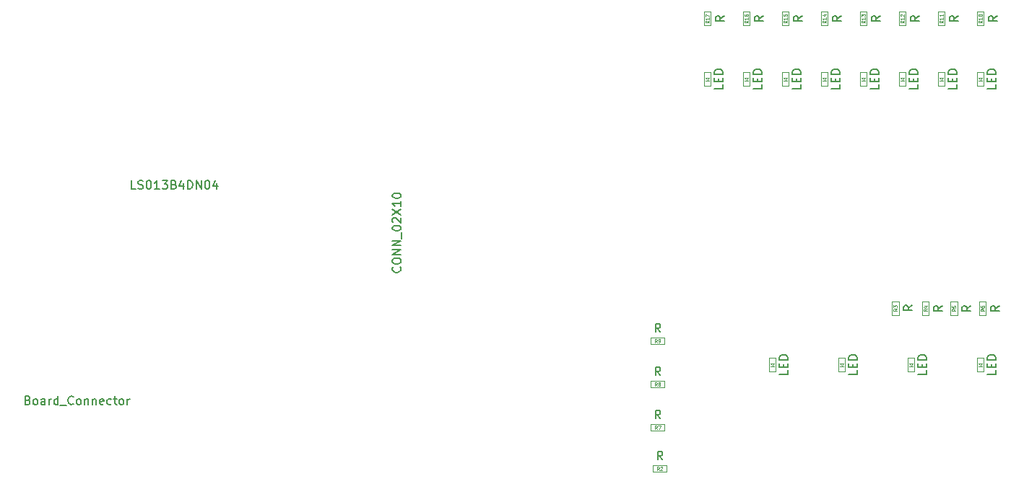
<source format=gbr>
G04 #@! TF.FileFunction,Other,Fab,Top*
%FSLAX46Y46*%
G04 Gerber Fmt 4.6, Leading zero omitted, Abs format (unit mm)*
G04 Created by KiCad (PCBNEW 4.0.6) date Tuesday 03. October 2017 15.24.42*
%MOMM*%
%LPD*%
G01*
G04 APERTURE LIST*
%ADD10C,0.100000*%
%ADD11C,0.150000*%
%ADD12C,0.075000*%
G04 APERTURE END LIST*
D10*
X200444000Y-127616000D02*
X200444000Y-128416000D01*
X198844000Y-127616000D02*
X200444000Y-127616000D01*
X198844000Y-128416000D02*
X198844000Y-127616000D01*
X200444000Y-128416000D02*
X198844000Y-128416000D01*
X227679200Y-109969200D02*
X226879200Y-109969200D01*
X227679200Y-108369200D02*
X227679200Y-109969200D01*
X226879200Y-108369200D02*
X227679200Y-108369200D01*
X226879200Y-109969200D02*
X226879200Y-108369200D01*
X231184400Y-110020000D02*
X230384400Y-110020000D01*
X231184400Y-108420000D02*
X231184400Y-110020000D01*
X230384400Y-108420000D02*
X231184400Y-108420000D01*
X230384400Y-110020000D02*
X230384400Y-108420000D01*
X234537200Y-110020000D02*
X233737200Y-110020000D01*
X234537200Y-108420000D02*
X234537200Y-110020000D01*
X233737200Y-108420000D02*
X234537200Y-108420000D01*
X233737200Y-110020000D02*
X233737200Y-108420000D01*
X237890000Y-110020000D02*
X237090000Y-110020000D01*
X237890000Y-108420000D02*
X237890000Y-110020000D01*
X237090000Y-108420000D02*
X237890000Y-108420000D01*
X237090000Y-110020000D02*
X237090000Y-108420000D01*
X200190000Y-122790000D02*
X200190000Y-123590000D01*
X198590000Y-122790000D02*
X200190000Y-122790000D01*
X198590000Y-123590000D02*
X198590000Y-122790000D01*
X200190000Y-123590000D02*
X198590000Y-123590000D01*
X200190000Y-117710000D02*
X200190000Y-118510000D01*
X198590000Y-117710000D02*
X200190000Y-117710000D01*
X198590000Y-118510000D02*
X198590000Y-117710000D01*
X200190000Y-118510000D02*
X198590000Y-118510000D01*
X200190000Y-112630000D02*
X200190000Y-113430000D01*
X198590000Y-112630000D02*
X200190000Y-112630000D01*
X198590000Y-113430000D02*
X198590000Y-112630000D01*
X200190000Y-113430000D02*
X198590000Y-113430000D01*
X237636000Y-75984000D02*
X236836000Y-75984000D01*
X237636000Y-74384000D02*
X237636000Y-75984000D01*
X236836000Y-74384000D02*
X237636000Y-74384000D01*
X236836000Y-75984000D02*
X236836000Y-74384000D01*
X233064000Y-75984000D02*
X232264000Y-75984000D01*
X233064000Y-74384000D02*
X233064000Y-75984000D01*
X232264000Y-74384000D02*
X233064000Y-74384000D01*
X232264000Y-75984000D02*
X232264000Y-74384000D01*
X228492000Y-75984000D02*
X227692000Y-75984000D01*
X228492000Y-74384000D02*
X228492000Y-75984000D01*
X227692000Y-74384000D02*
X228492000Y-74384000D01*
X227692000Y-75984000D02*
X227692000Y-74384000D01*
X223920000Y-75984000D02*
X223120000Y-75984000D01*
X223920000Y-74384000D02*
X223920000Y-75984000D01*
X223120000Y-74384000D02*
X223920000Y-74384000D01*
X223120000Y-75984000D02*
X223120000Y-74384000D01*
X219348000Y-75984000D02*
X218548000Y-75984000D01*
X219348000Y-74384000D02*
X219348000Y-75984000D01*
X218548000Y-74384000D02*
X219348000Y-74384000D01*
X218548000Y-75984000D02*
X218548000Y-74384000D01*
X214776000Y-75984000D02*
X213976000Y-75984000D01*
X214776000Y-74384000D02*
X214776000Y-75984000D01*
X213976000Y-74384000D02*
X214776000Y-74384000D01*
X213976000Y-75984000D02*
X213976000Y-74384000D01*
X210204000Y-75984000D02*
X209404000Y-75984000D01*
X210204000Y-74384000D02*
X210204000Y-75984000D01*
X209404000Y-74384000D02*
X210204000Y-74384000D01*
X209404000Y-75984000D02*
X209404000Y-74384000D01*
X205632000Y-75984000D02*
X204832000Y-75984000D01*
X205632000Y-74384000D02*
X205632000Y-75984000D01*
X204832000Y-74384000D02*
X205632000Y-74384000D01*
X204832000Y-75984000D02*
X204832000Y-74384000D01*
X212652000Y-116024000D02*
X213052000Y-116024000D01*
X212852000Y-115974000D02*
X212652000Y-115674000D01*
X213052000Y-115674000D02*
X212852000Y-115974000D01*
X212652000Y-115674000D02*
X213052000Y-115674000D01*
X213252000Y-115024000D02*
X213252000Y-116624000D01*
X212452000Y-115024000D02*
X213252000Y-115024000D01*
X212452000Y-116624000D02*
X212452000Y-115024000D01*
X213252000Y-116624000D02*
X212452000Y-116624000D01*
X220780000Y-116024000D02*
X221180000Y-116024000D01*
X220980000Y-115974000D02*
X220780000Y-115674000D01*
X221180000Y-115674000D02*
X220980000Y-115974000D01*
X220780000Y-115674000D02*
X221180000Y-115674000D01*
X221380000Y-115024000D02*
X221380000Y-116624000D01*
X220580000Y-115024000D02*
X221380000Y-115024000D01*
X220580000Y-116624000D02*
X220580000Y-115024000D01*
X221380000Y-116624000D02*
X220580000Y-116624000D01*
X228908000Y-116024000D02*
X229308000Y-116024000D01*
X229108000Y-115974000D02*
X228908000Y-115674000D01*
X229308000Y-115674000D02*
X229108000Y-115974000D01*
X228908000Y-115674000D02*
X229308000Y-115674000D01*
X229508000Y-115024000D02*
X229508000Y-116624000D01*
X228708000Y-115024000D02*
X229508000Y-115024000D01*
X228708000Y-116624000D02*
X228708000Y-115024000D01*
X229508000Y-116624000D02*
X228708000Y-116624000D01*
X237036000Y-116024000D02*
X237436000Y-116024000D01*
X237236000Y-115974000D02*
X237036000Y-115674000D01*
X237436000Y-115674000D02*
X237236000Y-115974000D01*
X237036000Y-115674000D02*
X237436000Y-115674000D01*
X237636000Y-115024000D02*
X237636000Y-116624000D01*
X236836000Y-115024000D02*
X237636000Y-115024000D01*
X236836000Y-116624000D02*
X236836000Y-115024000D01*
X237636000Y-116624000D02*
X236836000Y-116624000D01*
X237036000Y-82496000D02*
X237436000Y-82496000D01*
X237236000Y-82446000D02*
X237036000Y-82146000D01*
X237436000Y-82146000D02*
X237236000Y-82446000D01*
X237036000Y-82146000D02*
X237436000Y-82146000D01*
X237636000Y-81496000D02*
X237636000Y-83096000D01*
X236836000Y-81496000D02*
X237636000Y-81496000D01*
X236836000Y-83096000D02*
X236836000Y-81496000D01*
X237636000Y-83096000D02*
X236836000Y-83096000D01*
X232464000Y-82496000D02*
X232864000Y-82496000D01*
X232664000Y-82446000D02*
X232464000Y-82146000D01*
X232864000Y-82146000D02*
X232664000Y-82446000D01*
X232464000Y-82146000D02*
X232864000Y-82146000D01*
X233064000Y-81496000D02*
X233064000Y-83096000D01*
X232264000Y-81496000D02*
X233064000Y-81496000D01*
X232264000Y-83096000D02*
X232264000Y-81496000D01*
X233064000Y-83096000D02*
X232264000Y-83096000D01*
X227892000Y-82496000D02*
X228292000Y-82496000D01*
X228092000Y-82446000D02*
X227892000Y-82146000D01*
X228292000Y-82146000D02*
X228092000Y-82446000D01*
X227892000Y-82146000D02*
X228292000Y-82146000D01*
X228492000Y-81496000D02*
X228492000Y-83096000D01*
X227692000Y-81496000D02*
X228492000Y-81496000D01*
X227692000Y-83096000D02*
X227692000Y-81496000D01*
X228492000Y-83096000D02*
X227692000Y-83096000D01*
X223320000Y-82496000D02*
X223720000Y-82496000D01*
X223520000Y-82446000D02*
X223320000Y-82146000D01*
X223720000Y-82146000D02*
X223520000Y-82446000D01*
X223320000Y-82146000D02*
X223720000Y-82146000D01*
X223920000Y-81496000D02*
X223920000Y-83096000D01*
X223120000Y-81496000D02*
X223920000Y-81496000D01*
X223120000Y-83096000D02*
X223120000Y-81496000D01*
X223920000Y-83096000D02*
X223120000Y-83096000D01*
X218748000Y-82496000D02*
X219148000Y-82496000D01*
X218948000Y-82446000D02*
X218748000Y-82146000D01*
X219148000Y-82146000D02*
X218948000Y-82446000D01*
X218748000Y-82146000D02*
X219148000Y-82146000D01*
X219348000Y-81496000D02*
X219348000Y-83096000D01*
X218548000Y-81496000D02*
X219348000Y-81496000D01*
X218548000Y-83096000D02*
X218548000Y-81496000D01*
X219348000Y-83096000D02*
X218548000Y-83096000D01*
X214176000Y-82496000D02*
X214576000Y-82496000D01*
X214376000Y-82446000D02*
X214176000Y-82146000D01*
X214576000Y-82146000D02*
X214376000Y-82446000D01*
X214176000Y-82146000D02*
X214576000Y-82146000D01*
X214776000Y-81496000D02*
X214776000Y-83096000D01*
X213976000Y-81496000D02*
X214776000Y-81496000D01*
X213976000Y-83096000D02*
X213976000Y-81496000D01*
X214776000Y-83096000D02*
X213976000Y-83096000D01*
X209604000Y-82496000D02*
X210004000Y-82496000D01*
X209804000Y-82446000D02*
X209604000Y-82146000D01*
X210004000Y-82146000D02*
X209804000Y-82446000D01*
X209604000Y-82146000D02*
X210004000Y-82146000D01*
X210204000Y-81496000D02*
X210204000Y-83096000D01*
X209404000Y-81496000D02*
X210204000Y-81496000D01*
X209404000Y-83096000D02*
X209404000Y-81496000D01*
X210204000Y-83096000D02*
X209404000Y-83096000D01*
X205032000Y-82496000D02*
X205432000Y-82496000D01*
X205232000Y-82446000D02*
X205032000Y-82146000D01*
X205432000Y-82146000D02*
X205232000Y-82446000D01*
X205032000Y-82146000D02*
X205432000Y-82146000D01*
X205632000Y-81496000D02*
X205632000Y-83096000D01*
X204832000Y-81496000D02*
X205632000Y-81496000D01*
X204832000Y-83096000D02*
X204832000Y-81496000D01*
X205632000Y-83096000D02*
X204832000Y-83096000D01*
D11*
X125554604Y-119983571D02*
X125697461Y-120031190D01*
X125745080Y-120078810D01*
X125792699Y-120174048D01*
X125792699Y-120316905D01*
X125745080Y-120412143D01*
X125697461Y-120459762D01*
X125602223Y-120507381D01*
X125221270Y-120507381D01*
X125221270Y-119507381D01*
X125554604Y-119507381D01*
X125649842Y-119555000D01*
X125697461Y-119602619D01*
X125745080Y-119697857D01*
X125745080Y-119793095D01*
X125697461Y-119888333D01*
X125649842Y-119935952D01*
X125554604Y-119983571D01*
X125221270Y-119983571D01*
X126364127Y-120507381D02*
X126268889Y-120459762D01*
X126221270Y-120412143D01*
X126173651Y-120316905D01*
X126173651Y-120031190D01*
X126221270Y-119935952D01*
X126268889Y-119888333D01*
X126364127Y-119840714D01*
X126506985Y-119840714D01*
X126602223Y-119888333D01*
X126649842Y-119935952D01*
X126697461Y-120031190D01*
X126697461Y-120316905D01*
X126649842Y-120412143D01*
X126602223Y-120459762D01*
X126506985Y-120507381D01*
X126364127Y-120507381D01*
X127554604Y-120507381D02*
X127554604Y-119983571D01*
X127506985Y-119888333D01*
X127411747Y-119840714D01*
X127221270Y-119840714D01*
X127126032Y-119888333D01*
X127554604Y-120459762D02*
X127459366Y-120507381D01*
X127221270Y-120507381D01*
X127126032Y-120459762D01*
X127078413Y-120364524D01*
X127078413Y-120269286D01*
X127126032Y-120174048D01*
X127221270Y-120126429D01*
X127459366Y-120126429D01*
X127554604Y-120078810D01*
X128030794Y-120507381D02*
X128030794Y-119840714D01*
X128030794Y-120031190D02*
X128078413Y-119935952D01*
X128126032Y-119888333D01*
X128221270Y-119840714D01*
X128316509Y-119840714D01*
X129078414Y-120507381D02*
X129078414Y-119507381D01*
X129078414Y-120459762D02*
X128983176Y-120507381D01*
X128792699Y-120507381D01*
X128697461Y-120459762D01*
X128649842Y-120412143D01*
X128602223Y-120316905D01*
X128602223Y-120031190D01*
X128649842Y-119935952D01*
X128697461Y-119888333D01*
X128792699Y-119840714D01*
X128983176Y-119840714D01*
X129078414Y-119888333D01*
X129316509Y-120602619D02*
X130078414Y-120602619D01*
X130887938Y-120412143D02*
X130840319Y-120459762D01*
X130697462Y-120507381D01*
X130602224Y-120507381D01*
X130459366Y-120459762D01*
X130364128Y-120364524D01*
X130316509Y-120269286D01*
X130268890Y-120078810D01*
X130268890Y-119935952D01*
X130316509Y-119745476D01*
X130364128Y-119650238D01*
X130459366Y-119555000D01*
X130602224Y-119507381D01*
X130697462Y-119507381D01*
X130840319Y-119555000D01*
X130887938Y-119602619D01*
X131459366Y-120507381D02*
X131364128Y-120459762D01*
X131316509Y-120412143D01*
X131268890Y-120316905D01*
X131268890Y-120031190D01*
X131316509Y-119935952D01*
X131364128Y-119888333D01*
X131459366Y-119840714D01*
X131602224Y-119840714D01*
X131697462Y-119888333D01*
X131745081Y-119935952D01*
X131792700Y-120031190D01*
X131792700Y-120316905D01*
X131745081Y-120412143D01*
X131697462Y-120459762D01*
X131602224Y-120507381D01*
X131459366Y-120507381D01*
X132221271Y-119840714D02*
X132221271Y-120507381D01*
X132221271Y-119935952D02*
X132268890Y-119888333D01*
X132364128Y-119840714D01*
X132506986Y-119840714D01*
X132602224Y-119888333D01*
X132649843Y-119983571D01*
X132649843Y-120507381D01*
X133126033Y-119840714D02*
X133126033Y-120507381D01*
X133126033Y-119935952D02*
X133173652Y-119888333D01*
X133268890Y-119840714D01*
X133411748Y-119840714D01*
X133506986Y-119888333D01*
X133554605Y-119983571D01*
X133554605Y-120507381D01*
X134411748Y-120459762D02*
X134316510Y-120507381D01*
X134126033Y-120507381D01*
X134030795Y-120459762D01*
X133983176Y-120364524D01*
X133983176Y-119983571D01*
X134030795Y-119888333D01*
X134126033Y-119840714D01*
X134316510Y-119840714D01*
X134411748Y-119888333D01*
X134459367Y-119983571D01*
X134459367Y-120078810D01*
X133983176Y-120174048D01*
X135316510Y-120459762D02*
X135221272Y-120507381D01*
X135030795Y-120507381D01*
X134935557Y-120459762D01*
X134887938Y-120412143D01*
X134840319Y-120316905D01*
X134840319Y-120031190D01*
X134887938Y-119935952D01*
X134935557Y-119888333D01*
X135030795Y-119840714D01*
X135221272Y-119840714D01*
X135316510Y-119888333D01*
X135602224Y-119840714D02*
X135983176Y-119840714D01*
X135745081Y-119507381D02*
X135745081Y-120364524D01*
X135792700Y-120459762D01*
X135887938Y-120507381D01*
X135983176Y-120507381D01*
X136459367Y-120507381D02*
X136364129Y-120459762D01*
X136316510Y-120412143D01*
X136268891Y-120316905D01*
X136268891Y-120031190D01*
X136316510Y-119935952D01*
X136364129Y-119888333D01*
X136459367Y-119840714D01*
X136602225Y-119840714D01*
X136697463Y-119888333D01*
X136745082Y-119935952D01*
X136792701Y-120031190D01*
X136792701Y-120316905D01*
X136745082Y-120412143D01*
X136697463Y-120459762D01*
X136602225Y-120507381D01*
X136459367Y-120507381D01*
X137221272Y-120507381D02*
X137221272Y-119840714D01*
X137221272Y-120031190D02*
X137268891Y-119935952D01*
X137316510Y-119888333D01*
X137411748Y-119840714D01*
X137506987Y-119840714D01*
X169187143Y-104353809D02*
X169234762Y-104401428D01*
X169282381Y-104544285D01*
X169282381Y-104639523D01*
X169234762Y-104782381D01*
X169139524Y-104877619D01*
X169044286Y-104925238D01*
X168853810Y-104972857D01*
X168710952Y-104972857D01*
X168520476Y-104925238D01*
X168425238Y-104877619D01*
X168330000Y-104782381D01*
X168282381Y-104639523D01*
X168282381Y-104544285D01*
X168330000Y-104401428D01*
X168377619Y-104353809D01*
X168282381Y-103734762D02*
X168282381Y-103544285D01*
X168330000Y-103449047D01*
X168425238Y-103353809D01*
X168615714Y-103306190D01*
X168949048Y-103306190D01*
X169139524Y-103353809D01*
X169234762Y-103449047D01*
X169282381Y-103544285D01*
X169282381Y-103734762D01*
X169234762Y-103830000D01*
X169139524Y-103925238D01*
X168949048Y-103972857D01*
X168615714Y-103972857D01*
X168425238Y-103925238D01*
X168330000Y-103830000D01*
X168282381Y-103734762D01*
X169282381Y-102877619D02*
X168282381Y-102877619D01*
X169282381Y-102306190D01*
X168282381Y-102306190D01*
X169282381Y-101830000D02*
X168282381Y-101830000D01*
X169282381Y-101258571D01*
X168282381Y-101258571D01*
X169377619Y-101020476D02*
X169377619Y-100258571D01*
X168282381Y-99830000D02*
X168282381Y-99734761D01*
X168330000Y-99639523D01*
X168377619Y-99591904D01*
X168472857Y-99544285D01*
X168663333Y-99496666D01*
X168901429Y-99496666D01*
X169091905Y-99544285D01*
X169187143Y-99591904D01*
X169234762Y-99639523D01*
X169282381Y-99734761D01*
X169282381Y-99830000D01*
X169234762Y-99925238D01*
X169187143Y-99972857D01*
X169091905Y-100020476D01*
X168901429Y-100068095D01*
X168663333Y-100068095D01*
X168472857Y-100020476D01*
X168377619Y-99972857D01*
X168330000Y-99925238D01*
X168282381Y-99830000D01*
X168377619Y-99115714D02*
X168330000Y-99068095D01*
X168282381Y-98972857D01*
X168282381Y-98734761D01*
X168330000Y-98639523D01*
X168377619Y-98591904D01*
X168472857Y-98544285D01*
X168568095Y-98544285D01*
X168710952Y-98591904D01*
X169282381Y-99163333D01*
X169282381Y-98544285D01*
X168282381Y-98210952D02*
X169282381Y-97544285D01*
X168282381Y-97544285D02*
X169282381Y-98210952D01*
X169282381Y-96639523D02*
X169282381Y-97210952D01*
X169282381Y-96925238D02*
X168282381Y-96925238D01*
X168425238Y-97020476D01*
X168520476Y-97115714D01*
X168568095Y-97210952D01*
X168282381Y-96020476D02*
X168282381Y-95925237D01*
X168330000Y-95829999D01*
X168377619Y-95782380D01*
X168472857Y-95734761D01*
X168663333Y-95687142D01*
X168901429Y-95687142D01*
X169091905Y-95734761D01*
X169187143Y-95782380D01*
X169234762Y-95829999D01*
X169282381Y-95925237D01*
X169282381Y-96020476D01*
X169234762Y-96115714D01*
X169187143Y-96163333D01*
X169091905Y-96210952D01*
X168901429Y-96258571D01*
X168663333Y-96258571D01*
X168472857Y-96210952D01*
X168377619Y-96163333D01*
X168330000Y-96115714D01*
X168282381Y-96020476D01*
X138200381Y-95194381D02*
X137724190Y-95194381D01*
X137724190Y-94194381D01*
X138486095Y-95146762D02*
X138628952Y-95194381D01*
X138867048Y-95194381D01*
X138962286Y-95146762D01*
X139009905Y-95099143D01*
X139057524Y-95003905D01*
X139057524Y-94908667D01*
X139009905Y-94813429D01*
X138962286Y-94765810D01*
X138867048Y-94718190D01*
X138676571Y-94670571D01*
X138581333Y-94622952D01*
X138533714Y-94575333D01*
X138486095Y-94480095D01*
X138486095Y-94384857D01*
X138533714Y-94289619D01*
X138581333Y-94242000D01*
X138676571Y-94194381D01*
X138914667Y-94194381D01*
X139057524Y-94242000D01*
X139676571Y-94194381D02*
X139771810Y-94194381D01*
X139867048Y-94242000D01*
X139914667Y-94289619D01*
X139962286Y-94384857D01*
X140009905Y-94575333D01*
X140009905Y-94813429D01*
X139962286Y-95003905D01*
X139914667Y-95099143D01*
X139867048Y-95146762D01*
X139771810Y-95194381D01*
X139676571Y-95194381D01*
X139581333Y-95146762D01*
X139533714Y-95099143D01*
X139486095Y-95003905D01*
X139438476Y-94813429D01*
X139438476Y-94575333D01*
X139486095Y-94384857D01*
X139533714Y-94289619D01*
X139581333Y-94242000D01*
X139676571Y-94194381D01*
X140962286Y-95194381D02*
X140390857Y-95194381D01*
X140676571Y-95194381D02*
X140676571Y-94194381D01*
X140581333Y-94337238D01*
X140486095Y-94432476D01*
X140390857Y-94480095D01*
X141295619Y-94194381D02*
X141914667Y-94194381D01*
X141581333Y-94575333D01*
X141724191Y-94575333D01*
X141819429Y-94622952D01*
X141867048Y-94670571D01*
X141914667Y-94765810D01*
X141914667Y-95003905D01*
X141867048Y-95099143D01*
X141819429Y-95146762D01*
X141724191Y-95194381D01*
X141438476Y-95194381D01*
X141343238Y-95146762D01*
X141295619Y-95099143D01*
X142676572Y-94670571D02*
X142819429Y-94718190D01*
X142867048Y-94765810D01*
X142914667Y-94861048D01*
X142914667Y-95003905D01*
X142867048Y-95099143D01*
X142819429Y-95146762D01*
X142724191Y-95194381D01*
X142343238Y-95194381D01*
X142343238Y-94194381D01*
X142676572Y-94194381D01*
X142771810Y-94242000D01*
X142819429Y-94289619D01*
X142867048Y-94384857D01*
X142867048Y-94480095D01*
X142819429Y-94575333D01*
X142771810Y-94622952D01*
X142676572Y-94670571D01*
X142343238Y-94670571D01*
X143771810Y-94527714D02*
X143771810Y-95194381D01*
X143533714Y-94146762D02*
X143295619Y-94861048D01*
X143914667Y-94861048D01*
X144295619Y-95194381D02*
X144295619Y-94194381D01*
X144533714Y-94194381D01*
X144676572Y-94242000D01*
X144771810Y-94337238D01*
X144819429Y-94432476D01*
X144867048Y-94622952D01*
X144867048Y-94765810D01*
X144819429Y-94956286D01*
X144771810Y-95051524D01*
X144676572Y-95146762D01*
X144533714Y-95194381D01*
X144295619Y-95194381D01*
X145295619Y-95194381D02*
X145295619Y-94194381D01*
X145867048Y-95194381D01*
X145867048Y-94194381D01*
X146533714Y-94194381D02*
X146628953Y-94194381D01*
X146724191Y-94242000D01*
X146771810Y-94289619D01*
X146819429Y-94384857D01*
X146867048Y-94575333D01*
X146867048Y-94813429D01*
X146819429Y-95003905D01*
X146771810Y-95099143D01*
X146724191Y-95146762D01*
X146628953Y-95194381D01*
X146533714Y-95194381D01*
X146438476Y-95146762D01*
X146390857Y-95099143D01*
X146343238Y-95003905D01*
X146295619Y-94813429D01*
X146295619Y-94575333D01*
X146343238Y-94384857D01*
X146390857Y-94289619D01*
X146438476Y-94242000D01*
X146533714Y-94194381D01*
X147724191Y-94527714D02*
X147724191Y-95194381D01*
X147486095Y-94146762D02*
X147248000Y-94861048D01*
X147867048Y-94861048D01*
X199953524Y-126968381D02*
X199620190Y-126492190D01*
X199382095Y-126968381D02*
X199382095Y-125968381D01*
X199763048Y-125968381D01*
X199858286Y-126016000D01*
X199905905Y-126063619D01*
X199953524Y-126158857D01*
X199953524Y-126301714D01*
X199905905Y-126396952D01*
X199858286Y-126444571D01*
X199763048Y-126492190D01*
X199382095Y-126492190D01*
D12*
X199577334Y-128196952D02*
X199444000Y-128006476D01*
X199348762Y-128196952D02*
X199348762Y-127796952D01*
X199501143Y-127796952D01*
X199539238Y-127816000D01*
X199558286Y-127835048D01*
X199577334Y-127873143D01*
X199577334Y-127930286D01*
X199558286Y-127968381D01*
X199539238Y-127987429D01*
X199501143Y-128006476D01*
X199348762Y-128006476D01*
X199729714Y-127835048D02*
X199748762Y-127816000D01*
X199786857Y-127796952D01*
X199882095Y-127796952D01*
X199920191Y-127816000D01*
X199939238Y-127835048D01*
X199958286Y-127873143D01*
X199958286Y-127911238D01*
X199939238Y-127968381D01*
X199710667Y-128196952D01*
X199958286Y-128196952D01*
D11*
X229231581Y-108859676D02*
X228755390Y-109193010D01*
X229231581Y-109431105D02*
X228231581Y-109431105D01*
X228231581Y-109050152D01*
X228279200Y-108954914D01*
X228326819Y-108907295D01*
X228422057Y-108859676D01*
X228564914Y-108859676D01*
X228660152Y-108907295D01*
X228707771Y-108954914D01*
X228755390Y-109050152D01*
X228755390Y-109431105D01*
D12*
X227460152Y-109235866D02*
X227269676Y-109369200D01*
X227460152Y-109464438D02*
X227060152Y-109464438D01*
X227060152Y-109312057D01*
X227079200Y-109273962D01*
X227098248Y-109254914D01*
X227136343Y-109235866D01*
X227193486Y-109235866D01*
X227231581Y-109254914D01*
X227250629Y-109273962D01*
X227269676Y-109312057D01*
X227269676Y-109464438D01*
X227060152Y-109102533D02*
X227060152Y-108854914D01*
X227212533Y-108988247D01*
X227212533Y-108931105D01*
X227231581Y-108893009D01*
X227250629Y-108873962D01*
X227288724Y-108854914D01*
X227383962Y-108854914D01*
X227422057Y-108873962D01*
X227441105Y-108893009D01*
X227460152Y-108931105D01*
X227460152Y-109045390D01*
X227441105Y-109083486D01*
X227422057Y-109102533D01*
D11*
X232736781Y-108910476D02*
X232260590Y-109243810D01*
X232736781Y-109481905D02*
X231736781Y-109481905D01*
X231736781Y-109100952D01*
X231784400Y-109005714D01*
X231832019Y-108958095D01*
X231927257Y-108910476D01*
X232070114Y-108910476D01*
X232165352Y-108958095D01*
X232212971Y-109005714D01*
X232260590Y-109100952D01*
X232260590Y-109481905D01*
D12*
X230965352Y-109286666D02*
X230774876Y-109420000D01*
X230965352Y-109515238D02*
X230565352Y-109515238D01*
X230565352Y-109362857D01*
X230584400Y-109324762D01*
X230603448Y-109305714D01*
X230641543Y-109286666D01*
X230698686Y-109286666D01*
X230736781Y-109305714D01*
X230755829Y-109324762D01*
X230774876Y-109362857D01*
X230774876Y-109515238D01*
X230698686Y-108943809D02*
X230965352Y-108943809D01*
X230546305Y-109039047D02*
X230832019Y-109134286D01*
X230832019Y-108886666D01*
D11*
X236089581Y-108910476D02*
X235613390Y-109243810D01*
X236089581Y-109481905D02*
X235089581Y-109481905D01*
X235089581Y-109100952D01*
X235137200Y-109005714D01*
X235184819Y-108958095D01*
X235280057Y-108910476D01*
X235422914Y-108910476D01*
X235518152Y-108958095D01*
X235565771Y-109005714D01*
X235613390Y-109100952D01*
X235613390Y-109481905D01*
D12*
X234318152Y-109286666D02*
X234127676Y-109420000D01*
X234318152Y-109515238D02*
X233918152Y-109515238D01*
X233918152Y-109362857D01*
X233937200Y-109324762D01*
X233956248Y-109305714D01*
X233994343Y-109286666D01*
X234051486Y-109286666D01*
X234089581Y-109305714D01*
X234108629Y-109324762D01*
X234127676Y-109362857D01*
X234127676Y-109515238D01*
X233918152Y-108924762D02*
X233918152Y-109115238D01*
X234108629Y-109134286D01*
X234089581Y-109115238D01*
X234070533Y-109077143D01*
X234070533Y-108981905D01*
X234089581Y-108943809D01*
X234108629Y-108924762D01*
X234146724Y-108905714D01*
X234241962Y-108905714D01*
X234280057Y-108924762D01*
X234299105Y-108943809D01*
X234318152Y-108981905D01*
X234318152Y-109077143D01*
X234299105Y-109115238D01*
X234280057Y-109134286D01*
D11*
X239442381Y-108910476D02*
X238966190Y-109243810D01*
X239442381Y-109481905D02*
X238442381Y-109481905D01*
X238442381Y-109100952D01*
X238490000Y-109005714D01*
X238537619Y-108958095D01*
X238632857Y-108910476D01*
X238775714Y-108910476D01*
X238870952Y-108958095D01*
X238918571Y-109005714D01*
X238966190Y-109100952D01*
X238966190Y-109481905D01*
D12*
X237670952Y-109286666D02*
X237480476Y-109420000D01*
X237670952Y-109515238D02*
X237270952Y-109515238D01*
X237270952Y-109362857D01*
X237290000Y-109324762D01*
X237309048Y-109305714D01*
X237347143Y-109286666D01*
X237404286Y-109286666D01*
X237442381Y-109305714D01*
X237461429Y-109324762D01*
X237480476Y-109362857D01*
X237480476Y-109515238D01*
X237270952Y-108943809D02*
X237270952Y-109020000D01*
X237290000Y-109058095D01*
X237309048Y-109077143D01*
X237366190Y-109115238D01*
X237442381Y-109134286D01*
X237594762Y-109134286D01*
X237632857Y-109115238D01*
X237651905Y-109096190D01*
X237670952Y-109058095D01*
X237670952Y-108981905D01*
X237651905Y-108943809D01*
X237632857Y-108924762D01*
X237594762Y-108905714D01*
X237499524Y-108905714D01*
X237461429Y-108924762D01*
X237442381Y-108943809D01*
X237423333Y-108981905D01*
X237423333Y-109058095D01*
X237442381Y-109096190D01*
X237461429Y-109115238D01*
X237499524Y-109134286D01*
D11*
X199699524Y-122142381D02*
X199366190Y-121666190D01*
X199128095Y-122142381D02*
X199128095Y-121142381D01*
X199509048Y-121142381D01*
X199604286Y-121190000D01*
X199651905Y-121237619D01*
X199699524Y-121332857D01*
X199699524Y-121475714D01*
X199651905Y-121570952D01*
X199604286Y-121618571D01*
X199509048Y-121666190D01*
X199128095Y-121666190D01*
D12*
X199323334Y-123370952D02*
X199190000Y-123180476D01*
X199094762Y-123370952D02*
X199094762Y-122970952D01*
X199247143Y-122970952D01*
X199285238Y-122990000D01*
X199304286Y-123009048D01*
X199323334Y-123047143D01*
X199323334Y-123104286D01*
X199304286Y-123142381D01*
X199285238Y-123161429D01*
X199247143Y-123180476D01*
X199094762Y-123180476D01*
X199456667Y-122970952D02*
X199723334Y-122970952D01*
X199551905Y-123370952D01*
D11*
X199699524Y-117062381D02*
X199366190Y-116586190D01*
X199128095Y-117062381D02*
X199128095Y-116062381D01*
X199509048Y-116062381D01*
X199604286Y-116110000D01*
X199651905Y-116157619D01*
X199699524Y-116252857D01*
X199699524Y-116395714D01*
X199651905Y-116490952D01*
X199604286Y-116538571D01*
X199509048Y-116586190D01*
X199128095Y-116586190D01*
D12*
X199323334Y-118290952D02*
X199190000Y-118100476D01*
X199094762Y-118290952D02*
X199094762Y-117890952D01*
X199247143Y-117890952D01*
X199285238Y-117910000D01*
X199304286Y-117929048D01*
X199323334Y-117967143D01*
X199323334Y-118024286D01*
X199304286Y-118062381D01*
X199285238Y-118081429D01*
X199247143Y-118100476D01*
X199094762Y-118100476D01*
X199551905Y-118062381D02*
X199513810Y-118043333D01*
X199494762Y-118024286D01*
X199475714Y-117986190D01*
X199475714Y-117967143D01*
X199494762Y-117929048D01*
X199513810Y-117910000D01*
X199551905Y-117890952D01*
X199628095Y-117890952D01*
X199666191Y-117910000D01*
X199685238Y-117929048D01*
X199704286Y-117967143D01*
X199704286Y-117986190D01*
X199685238Y-118024286D01*
X199666191Y-118043333D01*
X199628095Y-118062381D01*
X199551905Y-118062381D01*
X199513810Y-118081429D01*
X199494762Y-118100476D01*
X199475714Y-118138571D01*
X199475714Y-118214762D01*
X199494762Y-118252857D01*
X199513810Y-118271905D01*
X199551905Y-118290952D01*
X199628095Y-118290952D01*
X199666191Y-118271905D01*
X199685238Y-118252857D01*
X199704286Y-118214762D01*
X199704286Y-118138571D01*
X199685238Y-118100476D01*
X199666191Y-118081429D01*
X199628095Y-118062381D01*
D11*
X199699524Y-111982381D02*
X199366190Y-111506190D01*
X199128095Y-111982381D02*
X199128095Y-110982381D01*
X199509048Y-110982381D01*
X199604286Y-111030000D01*
X199651905Y-111077619D01*
X199699524Y-111172857D01*
X199699524Y-111315714D01*
X199651905Y-111410952D01*
X199604286Y-111458571D01*
X199509048Y-111506190D01*
X199128095Y-111506190D01*
D12*
X199323334Y-113210952D02*
X199190000Y-113020476D01*
X199094762Y-113210952D02*
X199094762Y-112810952D01*
X199247143Y-112810952D01*
X199285238Y-112830000D01*
X199304286Y-112849048D01*
X199323334Y-112887143D01*
X199323334Y-112944286D01*
X199304286Y-112982381D01*
X199285238Y-113001429D01*
X199247143Y-113020476D01*
X199094762Y-113020476D01*
X199513810Y-113210952D02*
X199590000Y-113210952D01*
X199628095Y-113191905D01*
X199647143Y-113172857D01*
X199685238Y-113115714D01*
X199704286Y-113039524D01*
X199704286Y-112887143D01*
X199685238Y-112849048D01*
X199666191Y-112830000D01*
X199628095Y-112810952D01*
X199551905Y-112810952D01*
X199513810Y-112830000D01*
X199494762Y-112849048D01*
X199475714Y-112887143D01*
X199475714Y-112982381D01*
X199494762Y-113020476D01*
X199513810Y-113039524D01*
X199551905Y-113058571D01*
X199628095Y-113058571D01*
X199666191Y-113039524D01*
X199685238Y-113020476D01*
X199704286Y-112982381D01*
D11*
X239188381Y-74874476D02*
X238712190Y-75207810D01*
X239188381Y-75445905D02*
X238188381Y-75445905D01*
X238188381Y-75064952D01*
X238236000Y-74969714D01*
X238283619Y-74922095D01*
X238378857Y-74874476D01*
X238521714Y-74874476D01*
X238616952Y-74922095D01*
X238664571Y-74969714D01*
X238712190Y-75064952D01*
X238712190Y-75445905D01*
D12*
X237416952Y-75441142D02*
X237226476Y-75574476D01*
X237416952Y-75669714D02*
X237016952Y-75669714D01*
X237016952Y-75517333D01*
X237036000Y-75479238D01*
X237055048Y-75460190D01*
X237093143Y-75441142D01*
X237150286Y-75441142D01*
X237188381Y-75460190D01*
X237207429Y-75479238D01*
X237226476Y-75517333D01*
X237226476Y-75669714D01*
X237416952Y-75060190D02*
X237416952Y-75288762D01*
X237416952Y-75174476D02*
X237016952Y-75174476D01*
X237074095Y-75212571D01*
X237112190Y-75250666D01*
X237131238Y-75288762D01*
X237016952Y-74812571D02*
X237016952Y-74774476D01*
X237036000Y-74736381D01*
X237055048Y-74717333D01*
X237093143Y-74698286D01*
X237169333Y-74679238D01*
X237264571Y-74679238D01*
X237340762Y-74698286D01*
X237378857Y-74717333D01*
X237397905Y-74736381D01*
X237416952Y-74774476D01*
X237416952Y-74812571D01*
X237397905Y-74850667D01*
X237378857Y-74869714D01*
X237340762Y-74888762D01*
X237264571Y-74907810D01*
X237169333Y-74907810D01*
X237093143Y-74888762D01*
X237055048Y-74869714D01*
X237036000Y-74850667D01*
X237016952Y-74812571D01*
D11*
X234616381Y-74874476D02*
X234140190Y-75207810D01*
X234616381Y-75445905D02*
X233616381Y-75445905D01*
X233616381Y-75064952D01*
X233664000Y-74969714D01*
X233711619Y-74922095D01*
X233806857Y-74874476D01*
X233949714Y-74874476D01*
X234044952Y-74922095D01*
X234092571Y-74969714D01*
X234140190Y-75064952D01*
X234140190Y-75445905D01*
D12*
X232844952Y-75441142D02*
X232654476Y-75574476D01*
X232844952Y-75669714D02*
X232444952Y-75669714D01*
X232444952Y-75517333D01*
X232464000Y-75479238D01*
X232483048Y-75460190D01*
X232521143Y-75441142D01*
X232578286Y-75441142D01*
X232616381Y-75460190D01*
X232635429Y-75479238D01*
X232654476Y-75517333D01*
X232654476Y-75669714D01*
X232844952Y-75060190D02*
X232844952Y-75288762D01*
X232844952Y-75174476D02*
X232444952Y-75174476D01*
X232502095Y-75212571D01*
X232540190Y-75250666D01*
X232559238Y-75288762D01*
X232844952Y-74679238D02*
X232844952Y-74907810D01*
X232844952Y-74793524D02*
X232444952Y-74793524D01*
X232502095Y-74831619D01*
X232540190Y-74869714D01*
X232559238Y-74907810D01*
D11*
X230044381Y-74874476D02*
X229568190Y-75207810D01*
X230044381Y-75445905D02*
X229044381Y-75445905D01*
X229044381Y-75064952D01*
X229092000Y-74969714D01*
X229139619Y-74922095D01*
X229234857Y-74874476D01*
X229377714Y-74874476D01*
X229472952Y-74922095D01*
X229520571Y-74969714D01*
X229568190Y-75064952D01*
X229568190Y-75445905D01*
D12*
X228272952Y-75441142D02*
X228082476Y-75574476D01*
X228272952Y-75669714D02*
X227872952Y-75669714D01*
X227872952Y-75517333D01*
X227892000Y-75479238D01*
X227911048Y-75460190D01*
X227949143Y-75441142D01*
X228006286Y-75441142D01*
X228044381Y-75460190D01*
X228063429Y-75479238D01*
X228082476Y-75517333D01*
X228082476Y-75669714D01*
X228272952Y-75060190D02*
X228272952Y-75288762D01*
X228272952Y-75174476D02*
X227872952Y-75174476D01*
X227930095Y-75212571D01*
X227968190Y-75250666D01*
X227987238Y-75288762D01*
X227911048Y-74907810D02*
X227892000Y-74888762D01*
X227872952Y-74850667D01*
X227872952Y-74755429D01*
X227892000Y-74717333D01*
X227911048Y-74698286D01*
X227949143Y-74679238D01*
X227987238Y-74679238D01*
X228044381Y-74698286D01*
X228272952Y-74926857D01*
X228272952Y-74679238D01*
D11*
X225472381Y-74874476D02*
X224996190Y-75207810D01*
X225472381Y-75445905D02*
X224472381Y-75445905D01*
X224472381Y-75064952D01*
X224520000Y-74969714D01*
X224567619Y-74922095D01*
X224662857Y-74874476D01*
X224805714Y-74874476D01*
X224900952Y-74922095D01*
X224948571Y-74969714D01*
X224996190Y-75064952D01*
X224996190Y-75445905D01*
D12*
X223700952Y-75441142D02*
X223510476Y-75574476D01*
X223700952Y-75669714D02*
X223300952Y-75669714D01*
X223300952Y-75517333D01*
X223320000Y-75479238D01*
X223339048Y-75460190D01*
X223377143Y-75441142D01*
X223434286Y-75441142D01*
X223472381Y-75460190D01*
X223491429Y-75479238D01*
X223510476Y-75517333D01*
X223510476Y-75669714D01*
X223700952Y-75060190D02*
X223700952Y-75288762D01*
X223700952Y-75174476D02*
X223300952Y-75174476D01*
X223358095Y-75212571D01*
X223396190Y-75250666D01*
X223415238Y-75288762D01*
X223300952Y-74926857D02*
X223300952Y-74679238D01*
X223453333Y-74812571D01*
X223453333Y-74755429D01*
X223472381Y-74717333D01*
X223491429Y-74698286D01*
X223529524Y-74679238D01*
X223624762Y-74679238D01*
X223662857Y-74698286D01*
X223681905Y-74717333D01*
X223700952Y-74755429D01*
X223700952Y-74869714D01*
X223681905Y-74907810D01*
X223662857Y-74926857D01*
D11*
X220900381Y-74874476D02*
X220424190Y-75207810D01*
X220900381Y-75445905D02*
X219900381Y-75445905D01*
X219900381Y-75064952D01*
X219948000Y-74969714D01*
X219995619Y-74922095D01*
X220090857Y-74874476D01*
X220233714Y-74874476D01*
X220328952Y-74922095D01*
X220376571Y-74969714D01*
X220424190Y-75064952D01*
X220424190Y-75445905D01*
D12*
X219128952Y-75441142D02*
X218938476Y-75574476D01*
X219128952Y-75669714D02*
X218728952Y-75669714D01*
X218728952Y-75517333D01*
X218748000Y-75479238D01*
X218767048Y-75460190D01*
X218805143Y-75441142D01*
X218862286Y-75441142D01*
X218900381Y-75460190D01*
X218919429Y-75479238D01*
X218938476Y-75517333D01*
X218938476Y-75669714D01*
X219128952Y-75060190D02*
X219128952Y-75288762D01*
X219128952Y-75174476D02*
X218728952Y-75174476D01*
X218786095Y-75212571D01*
X218824190Y-75250666D01*
X218843238Y-75288762D01*
X218862286Y-74717333D02*
X219128952Y-74717333D01*
X218709905Y-74812571D02*
X218995619Y-74907810D01*
X218995619Y-74660190D01*
D11*
X216328381Y-74874476D02*
X215852190Y-75207810D01*
X216328381Y-75445905D02*
X215328381Y-75445905D01*
X215328381Y-75064952D01*
X215376000Y-74969714D01*
X215423619Y-74922095D01*
X215518857Y-74874476D01*
X215661714Y-74874476D01*
X215756952Y-74922095D01*
X215804571Y-74969714D01*
X215852190Y-75064952D01*
X215852190Y-75445905D01*
D12*
X214556952Y-75441142D02*
X214366476Y-75574476D01*
X214556952Y-75669714D02*
X214156952Y-75669714D01*
X214156952Y-75517333D01*
X214176000Y-75479238D01*
X214195048Y-75460190D01*
X214233143Y-75441142D01*
X214290286Y-75441142D01*
X214328381Y-75460190D01*
X214347429Y-75479238D01*
X214366476Y-75517333D01*
X214366476Y-75669714D01*
X214556952Y-75060190D02*
X214556952Y-75288762D01*
X214556952Y-75174476D02*
X214156952Y-75174476D01*
X214214095Y-75212571D01*
X214252190Y-75250666D01*
X214271238Y-75288762D01*
X214156952Y-74698286D02*
X214156952Y-74888762D01*
X214347429Y-74907810D01*
X214328381Y-74888762D01*
X214309333Y-74850667D01*
X214309333Y-74755429D01*
X214328381Y-74717333D01*
X214347429Y-74698286D01*
X214385524Y-74679238D01*
X214480762Y-74679238D01*
X214518857Y-74698286D01*
X214537905Y-74717333D01*
X214556952Y-74755429D01*
X214556952Y-74850667D01*
X214537905Y-74888762D01*
X214518857Y-74907810D01*
D11*
X211756381Y-74874476D02*
X211280190Y-75207810D01*
X211756381Y-75445905D02*
X210756381Y-75445905D01*
X210756381Y-75064952D01*
X210804000Y-74969714D01*
X210851619Y-74922095D01*
X210946857Y-74874476D01*
X211089714Y-74874476D01*
X211184952Y-74922095D01*
X211232571Y-74969714D01*
X211280190Y-75064952D01*
X211280190Y-75445905D01*
D12*
X209984952Y-75441142D02*
X209794476Y-75574476D01*
X209984952Y-75669714D02*
X209584952Y-75669714D01*
X209584952Y-75517333D01*
X209604000Y-75479238D01*
X209623048Y-75460190D01*
X209661143Y-75441142D01*
X209718286Y-75441142D01*
X209756381Y-75460190D01*
X209775429Y-75479238D01*
X209794476Y-75517333D01*
X209794476Y-75669714D01*
X209984952Y-75060190D02*
X209984952Y-75288762D01*
X209984952Y-75174476D02*
X209584952Y-75174476D01*
X209642095Y-75212571D01*
X209680190Y-75250666D01*
X209699238Y-75288762D01*
X209584952Y-74717333D02*
X209584952Y-74793524D01*
X209604000Y-74831619D01*
X209623048Y-74850667D01*
X209680190Y-74888762D01*
X209756381Y-74907810D01*
X209908762Y-74907810D01*
X209946857Y-74888762D01*
X209965905Y-74869714D01*
X209984952Y-74831619D01*
X209984952Y-74755429D01*
X209965905Y-74717333D01*
X209946857Y-74698286D01*
X209908762Y-74679238D01*
X209813524Y-74679238D01*
X209775429Y-74698286D01*
X209756381Y-74717333D01*
X209737333Y-74755429D01*
X209737333Y-74831619D01*
X209756381Y-74869714D01*
X209775429Y-74888762D01*
X209813524Y-74907810D01*
D11*
X207184381Y-74874476D02*
X206708190Y-75207810D01*
X207184381Y-75445905D02*
X206184381Y-75445905D01*
X206184381Y-75064952D01*
X206232000Y-74969714D01*
X206279619Y-74922095D01*
X206374857Y-74874476D01*
X206517714Y-74874476D01*
X206612952Y-74922095D01*
X206660571Y-74969714D01*
X206708190Y-75064952D01*
X206708190Y-75445905D01*
D12*
X205412952Y-75441142D02*
X205222476Y-75574476D01*
X205412952Y-75669714D02*
X205012952Y-75669714D01*
X205012952Y-75517333D01*
X205032000Y-75479238D01*
X205051048Y-75460190D01*
X205089143Y-75441142D01*
X205146286Y-75441142D01*
X205184381Y-75460190D01*
X205203429Y-75479238D01*
X205222476Y-75517333D01*
X205222476Y-75669714D01*
X205412952Y-75060190D02*
X205412952Y-75288762D01*
X205412952Y-75174476D02*
X205012952Y-75174476D01*
X205070095Y-75212571D01*
X205108190Y-75250666D01*
X205127238Y-75288762D01*
X205012952Y-74926857D02*
X205012952Y-74660190D01*
X205412952Y-74831619D01*
D11*
X214654381Y-116466857D02*
X214654381Y-116943048D01*
X213654381Y-116943048D01*
X214130571Y-116133524D02*
X214130571Y-115800190D01*
X214654381Y-115657333D02*
X214654381Y-116133524D01*
X213654381Y-116133524D01*
X213654381Y-115657333D01*
X214654381Y-115228762D02*
X213654381Y-115228762D01*
X213654381Y-114990667D01*
X213702000Y-114847809D01*
X213797238Y-114752571D01*
X213892476Y-114704952D01*
X214082952Y-114657333D01*
X214225810Y-114657333D01*
X214416286Y-114704952D01*
X214511524Y-114752571D01*
X214606762Y-114847809D01*
X214654381Y-114990667D01*
X214654381Y-115228762D01*
X222782381Y-116466857D02*
X222782381Y-116943048D01*
X221782381Y-116943048D01*
X222258571Y-116133524D02*
X222258571Y-115800190D01*
X222782381Y-115657333D02*
X222782381Y-116133524D01*
X221782381Y-116133524D01*
X221782381Y-115657333D01*
X222782381Y-115228762D02*
X221782381Y-115228762D01*
X221782381Y-114990667D01*
X221830000Y-114847809D01*
X221925238Y-114752571D01*
X222020476Y-114704952D01*
X222210952Y-114657333D01*
X222353810Y-114657333D01*
X222544286Y-114704952D01*
X222639524Y-114752571D01*
X222734762Y-114847809D01*
X222782381Y-114990667D01*
X222782381Y-115228762D01*
X230910381Y-116466857D02*
X230910381Y-116943048D01*
X229910381Y-116943048D01*
X230386571Y-116133524D02*
X230386571Y-115800190D01*
X230910381Y-115657333D02*
X230910381Y-116133524D01*
X229910381Y-116133524D01*
X229910381Y-115657333D01*
X230910381Y-115228762D02*
X229910381Y-115228762D01*
X229910381Y-114990667D01*
X229958000Y-114847809D01*
X230053238Y-114752571D01*
X230148476Y-114704952D01*
X230338952Y-114657333D01*
X230481810Y-114657333D01*
X230672286Y-114704952D01*
X230767524Y-114752571D01*
X230862762Y-114847809D01*
X230910381Y-114990667D01*
X230910381Y-115228762D01*
X239038381Y-116466857D02*
X239038381Y-116943048D01*
X238038381Y-116943048D01*
X238514571Y-116133524D02*
X238514571Y-115800190D01*
X239038381Y-115657333D02*
X239038381Y-116133524D01*
X238038381Y-116133524D01*
X238038381Y-115657333D01*
X239038381Y-115228762D02*
X238038381Y-115228762D01*
X238038381Y-114990667D01*
X238086000Y-114847809D01*
X238181238Y-114752571D01*
X238276476Y-114704952D01*
X238466952Y-114657333D01*
X238609810Y-114657333D01*
X238800286Y-114704952D01*
X238895524Y-114752571D01*
X238990762Y-114847809D01*
X239038381Y-114990667D01*
X239038381Y-115228762D01*
X239038381Y-82938857D02*
X239038381Y-83415048D01*
X238038381Y-83415048D01*
X238514571Y-82605524D02*
X238514571Y-82272190D01*
X239038381Y-82129333D02*
X239038381Y-82605524D01*
X238038381Y-82605524D01*
X238038381Y-82129333D01*
X239038381Y-81700762D02*
X238038381Y-81700762D01*
X238038381Y-81462667D01*
X238086000Y-81319809D01*
X238181238Y-81224571D01*
X238276476Y-81176952D01*
X238466952Y-81129333D01*
X238609810Y-81129333D01*
X238800286Y-81176952D01*
X238895524Y-81224571D01*
X238990762Y-81319809D01*
X239038381Y-81462667D01*
X239038381Y-81700762D01*
X234466381Y-82938857D02*
X234466381Y-83415048D01*
X233466381Y-83415048D01*
X233942571Y-82605524D02*
X233942571Y-82272190D01*
X234466381Y-82129333D02*
X234466381Y-82605524D01*
X233466381Y-82605524D01*
X233466381Y-82129333D01*
X234466381Y-81700762D02*
X233466381Y-81700762D01*
X233466381Y-81462667D01*
X233514000Y-81319809D01*
X233609238Y-81224571D01*
X233704476Y-81176952D01*
X233894952Y-81129333D01*
X234037810Y-81129333D01*
X234228286Y-81176952D01*
X234323524Y-81224571D01*
X234418762Y-81319809D01*
X234466381Y-81462667D01*
X234466381Y-81700762D01*
X229894381Y-82938857D02*
X229894381Y-83415048D01*
X228894381Y-83415048D01*
X229370571Y-82605524D02*
X229370571Y-82272190D01*
X229894381Y-82129333D02*
X229894381Y-82605524D01*
X228894381Y-82605524D01*
X228894381Y-82129333D01*
X229894381Y-81700762D02*
X228894381Y-81700762D01*
X228894381Y-81462667D01*
X228942000Y-81319809D01*
X229037238Y-81224571D01*
X229132476Y-81176952D01*
X229322952Y-81129333D01*
X229465810Y-81129333D01*
X229656286Y-81176952D01*
X229751524Y-81224571D01*
X229846762Y-81319809D01*
X229894381Y-81462667D01*
X229894381Y-81700762D01*
X225322381Y-82938857D02*
X225322381Y-83415048D01*
X224322381Y-83415048D01*
X224798571Y-82605524D02*
X224798571Y-82272190D01*
X225322381Y-82129333D02*
X225322381Y-82605524D01*
X224322381Y-82605524D01*
X224322381Y-82129333D01*
X225322381Y-81700762D02*
X224322381Y-81700762D01*
X224322381Y-81462667D01*
X224370000Y-81319809D01*
X224465238Y-81224571D01*
X224560476Y-81176952D01*
X224750952Y-81129333D01*
X224893810Y-81129333D01*
X225084286Y-81176952D01*
X225179524Y-81224571D01*
X225274762Y-81319809D01*
X225322381Y-81462667D01*
X225322381Y-81700762D01*
X220750381Y-82938857D02*
X220750381Y-83415048D01*
X219750381Y-83415048D01*
X220226571Y-82605524D02*
X220226571Y-82272190D01*
X220750381Y-82129333D02*
X220750381Y-82605524D01*
X219750381Y-82605524D01*
X219750381Y-82129333D01*
X220750381Y-81700762D02*
X219750381Y-81700762D01*
X219750381Y-81462667D01*
X219798000Y-81319809D01*
X219893238Y-81224571D01*
X219988476Y-81176952D01*
X220178952Y-81129333D01*
X220321810Y-81129333D01*
X220512286Y-81176952D01*
X220607524Y-81224571D01*
X220702762Y-81319809D01*
X220750381Y-81462667D01*
X220750381Y-81700762D01*
X216178381Y-82938857D02*
X216178381Y-83415048D01*
X215178381Y-83415048D01*
X215654571Y-82605524D02*
X215654571Y-82272190D01*
X216178381Y-82129333D02*
X216178381Y-82605524D01*
X215178381Y-82605524D01*
X215178381Y-82129333D01*
X216178381Y-81700762D02*
X215178381Y-81700762D01*
X215178381Y-81462667D01*
X215226000Y-81319809D01*
X215321238Y-81224571D01*
X215416476Y-81176952D01*
X215606952Y-81129333D01*
X215749810Y-81129333D01*
X215940286Y-81176952D01*
X216035524Y-81224571D01*
X216130762Y-81319809D01*
X216178381Y-81462667D01*
X216178381Y-81700762D01*
X211606381Y-82938857D02*
X211606381Y-83415048D01*
X210606381Y-83415048D01*
X211082571Y-82605524D02*
X211082571Y-82272190D01*
X211606381Y-82129333D02*
X211606381Y-82605524D01*
X210606381Y-82605524D01*
X210606381Y-82129333D01*
X211606381Y-81700762D02*
X210606381Y-81700762D01*
X210606381Y-81462667D01*
X210654000Y-81319809D01*
X210749238Y-81224571D01*
X210844476Y-81176952D01*
X211034952Y-81129333D01*
X211177810Y-81129333D01*
X211368286Y-81176952D01*
X211463524Y-81224571D01*
X211558762Y-81319809D01*
X211606381Y-81462667D01*
X211606381Y-81700762D01*
X207034381Y-82938857D02*
X207034381Y-83415048D01*
X206034381Y-83415048D01*
X206510571Y-82605524D02*
X206510571Y-82272190D01*
X207034381Y-82129333D02*
X207034381Y-82605524D01*
X206034381Y-82605524D01*
X206034381Y-82129333D01*
X207034381Y-81700762D02*
X206034381Y-81700762D01*
X206034381Y-81462667D01*
X206082000Y-81319809D01*
X206177238Y-81224571D01*
X206272476Y-81176952D01*
X206462952Y-81129333D01*
X206605810Y-81129333D01*
X206796286Y-81176952D01*
X206891524Y-81224571D01*
X206986762Y-81319809D01*
X207034381Y-81462667D01*
X207034381Y-81700762D01*
M02*

</source>
